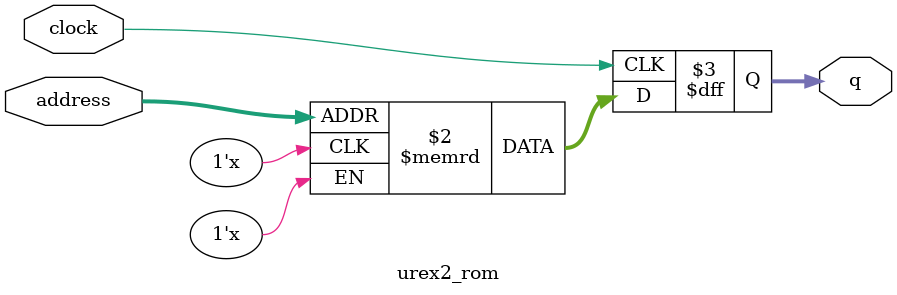
<source format=sv>
module urex2_rom (
	input logic clock,
	input logic [9:0] address,
	output logic [3:0] q
);

logic [3:0] memory [0:1023] /* synthesis ram_init_file = "./urex2/urex2.mif" */;

always_ff @ (posedge clock) begin
	q <= memory[address];
end

endmodule

</source>
